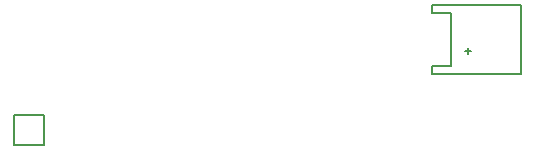
<source format=gbr>
%TF.GenerationSoftware,KiCad,Pcbnew,(6.0.9)*%
%TF.CreationDate,2022-12-19T17:51:50-06:00*%
%TF.ProjectId,gentle34,67656e74-6c65-4333-942e-6b696361645f,v1.0.0*%
%TF.SameCoordinates,Original*%
%TF.FileFunction,Legend,Top*%
%TF.FilePolarity,Positive*%
%FSLAX46Y46*%
G04 Gerber Fmt 4.6, Leading zero omitted, Abs format (unit mm)*
G04 Created by KiCad (PCBNEW (6.0.9)) date 2022-12-19 17:51:50*
%MOMM*%
%LPD*%
G01*
G04 APERTURE LIST*
%ADD10C,0.150000*%
G04 APERTURE END LIST*
D10*
%TO.C,MCU1*%
%TO.C,*%
%TO.C,MCU1*%
X12260000Y-25350000D02*
X14800000Y-25350000D01*
X12260000Y-25350000D02*
X12260000Y-27890000D01*
X14800000Y-25350000D02*
X14800000Y-27890000D01*
X14800000Y-27890000D02*
X12260000Y-27890000D01*
%TO.C,JST1*%
X49250000Y-21250000D02*
X47650000Y-21250000D01*
X47650000Y-21250000D02*
X47650000Y-21950000D01*
X47650000Y-21950000D02*
X55250000Y-21950000D01*
X55250000Y-21950000D02*
X55250000Y-16050000D01*
X55250000Y-16050000D02*
X47650000Y-16050000D01*
X47650000Y-16050000D02*
X47650000Y-16750000D01*
X47650000Y-16750000D02*
X49250000Y-16750000D01*
X49250000Y-16750000D02*
X49250000Y-21250000D01*
X50500000Y-20000000D02*
X51000000Y-20000000D01*
X50750000Y-20250000D02*
X50750000Y-19750000D01*
%TD*%
M02*

</source>
